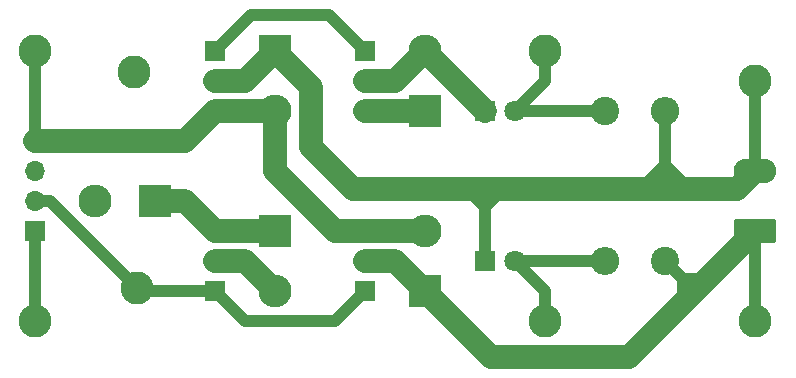
<source format=gbr>
%TF.GenerationSoftware,KiCad,Pcbnew,6.0.2+dfsg-1*%
%TF.CreationDate,2023-04-12T19:32:31+02:00*%
%TF.ProjectId,schema_H-brug,73636865-6d61-45f4-982d-627275672e6b,V1*%
%TF.SameCoordinates,Original*%
%TF.FileFunction,Copper,L2,Bot*%
%TF.FilePolarity,Positive*%
%FSLAX46Y46*%
G04 Gerber Fmt 4.6, Leading zero omitted, Abs format (unit mm)*
G04 Created by KiCad (PCBNEW 6.0.2+dfsg-1) date 2023-04-12 19:32:31*
%MOMM*%
%LPD*%
G01*
G04 APERTURE LIST*
G04 Aperture macros list*
%AMRoundRect*
0 Rectangle with rounded corners*
0 $1 Rounding radius*
0 $2 $3 $4 $5 $6 $7 $8 $9 X,Y pos of 4 corners*
0 Add a 4 corners polygon primitive as box body*
4,1,4,$2,$3,$4,$5,$6,$7,$8,$9,$2,$3,0*
0 Add four circle primitives for the rounded corners*
1,1,$1+$1,$2,$3*
1,1,$1+$1,$4,$5*
1,1,$1+$1,$6,$7*
1,1,$1+$1,$8,$9*
0 Add four rect primitives between the rounded corners*
20,1,$1+$1,$2,$3,$4,$5,0*
20,1,$1+$1,$4,$5,$6,$7,0*
20,1,$1+$1,$6,$7,$8,$9,0*
20,1,$1+$1,$8,$9,$2,$3,0*%
G04 Aperture macros list end*
%TA.AperFunction,ComponentPad*%
%ADD10C,2.800000*%
%TD*%
%TA.AperFunction,ComponentPad*%
%ADD11C,2.400000*%
%TD*%
%TA.AperFunction,ComponentPad*%
%ADD12O,2.400000X2.400000*%
%TD*%
%TA.AperFunction,ComponentPad*%
%ADD13R,1.700000X1.700000*%
%TD*%
%TA.AperFunction,ComponentPad*%
%ADD14O,1.700000X1.700000*%
%TD*%
%TA.AperFunction,ComponentPad*%
%ADD15RoundRect,0.249999X1.550001X-0.790001X1.550001X0.790001X-1.550001X0.790001X-1.550001X-0.790001X0*%
%TD*%
%TA.AperFunction,ComponentPad*%
%ADD16O,3.600000X2.080000*%
%TD*%
%TA.AperFunction,ComponentPad*%
%ADD17R,2.800000X2.800000*%
%TD*%
%TA.AperFunction,ComponentPad*%
%ADD18O,2.800000X2.800000*%
%TD*%
%TA.AperFunction,ComponentPad*%
%ADD19R,1.800000X1.800000*%
%TD*%
%TA.AperFunction,ComponentPad*%
%ADD20C,1.800000*%
%TD*%
%TA.AperFunction,Conductor*%
%ADD21C,2.000000*%
%TD*%
%TA.AperFunction,Conductor*%
%ADD22C,1.000000*%
%TD*%
G04 APERTURE END LIST*
D10*
%TO.P,TP3,1,1*%
%TO.N,EN_L*%
X125476000Y-98806000D03*
%TD*%
%TO.P,TP8,1,1*%
%TO.N,Net-(D5-Pad1)*%
X177800000Y-81280000D03*
%TD*%
%TO.P,TP7,1,1*%
%TO.N,Net-(D5-Pad2)*%
X160020000Y-101600000D03*
%TD*%
%TO.P,TP6,1,1*%
%TO.N,Net-(D4-Pad2)*%
X160020000Y-78740000D03*
%TD*%
%TO.P,TP5,1,1*%
%TO.N,Net-(D1-Pad2)*%
X177800000Y-101600000D03*
%TD*%
%TO.P,TP4,1,1*%
%TO.N,EN_R*%
X125222000Y-80518000D03*
%TD*%
%TO.P,TP2,1,1*%
%TO.N,GND*%
X116840000Y-78740000D03*
%TD*%
%TO.P,TP1,1,1*%
%TO.N,VCC_MOTOR*%
X116840000Y-101600000D03*
%TD*%
D11*
%TO.P,R2,1*%
%TO.N,Net-(D4-Pad2)*%
X165100000Y-83820000D03*
D12*
%TO.P,R2,2*%
%TO.N,Net-(D5-Pad1)*%
X170180000Y-83820000D03*
%TD*%
D11*
%TO.P,R1,1*%
%TO.N,Net-(D1-Pad2)*%
X170180000Y-96520000D03*
D12*
%TO.P,R1,2*%
%TO.N,Net-(D5-Pad2)*%
X165100000Y-96520000D03*
%TD*%
D13*
%TO.P,Q4,1,G*%
%TO.N,EN_R*%
X132080000Y-78740000D03*
D14*
%TO.P,Q4,2,D*%
%TO.N,Net-(D5-Pad1)*%
X132080000Y-81280000D03*
%TO.P,Q4,3,S*%
%TO.N,GND*%
X132080000Y-83820000D03*
%TD*%
D13*
%TO.P,Q3,1,G*%
%TO.N,EN_L*%
X132080000Y-99060000D03*
D14*
%TO.P,Q3,2,D*%
%TO.N,Net-(D5-Pad1)*%
X132080000Y-96520000D03*
%TO.P,Q3,3,S*%
%TO.N,Net-(D1-Pad1)*%
X132080000Y-93980000D03*
%TD*%
D13*
%TO.P,Q2,1,G*%
%TO.N,EN_L*%
X144780000Y-99060000D03*
D14*
%TO.P,Q2,2,D*%
%TO.N,Net-(D1-Pad2)*%
X144780000Y-96520000D03*
%TO.P,Q2,3,S*%
%TO.N,GND*%
X144780000Y-93980000D03*
%TD*%
%TO.P,Q1,3,S*%
%TO.N,Net-(D1-Pad1)*%
X144780000Y-83820000D03*
%TO.P,Q1,2,D*%
%TO.N,Net-(D1-Pad2)*%
X144780000Y-81280000D03*
D13*
%TO.P,Q1,1,G*%
%TO.N,EN_R*%
X144780000Y-78740000D03*
%TD*%
D15*
%TO.P,M1,1,+*%
%TO.N,Net-(D1-Pad2)*%
X177800000Y-93980000D03*
D16*
%TO.P,M1,2,-*%
%TO.N,Net-(D5-Pad1)*%
X177800000Y-88900000D03*
%TD*%
D13*
%TO.P,J1,1,Pin_1*%
%TO.N,VCC_MOTOR*%
X116840000Y-93980000D03*
D14*
%TO.P,J1,2,Pin_2*%
%TO.N,EN_L*%
X116840000Y-91440000D03*
%TO.P,J1,3,Pin_3*%
%TO.N,EN_R*%
X116840000Y-88900000D03*
%TO.P,J1,4,Pin_4*%
%TO.N,GND*%
X116840000Y-86360000D03*
%TD*%
D17*
%TO.P,D7,1,K*%
%TO.N,Net-(D5-Pad1)*%
X137160000Y-78740000D03*
D18*
%TO.P,D7,2,A*%
%TO.N,GND*%
X137160000Y-83820000D03*
%TD*%
D17*
%TO.P,D6,1,K*%
%TO.N,Net-(D1-Pad1)*%
X137160000Y-93980000D03*
D18*
%TO.P,D6,2,A*%
%TO.N,Net-(D5-Pad1)*%
X137160000Y-99060000D03*
%TD*%
D19*
%TO.P,D5,1,K*%
%TO.N,Net-(D5-Pad1)*%
X154940000Y-96520000D03*
D20*
%TO.P,D5,2,A*%
%TO.N,Net-(D5-Pad2)*%
X157480000Y-96520000D03*
%TD*%
D19*
%TO.P,D4,1,K*%
%TO.N,Net-(D1-Pad2)*%
X154940000Y-83820000D03*
D20*
%TO.P,D4,2,A*%
%TO.N,Net-(D4-Pad2)*%
X157480000Y-83820000D03*
%TD*%
D17*
%TO.P,D3,1,K*%
%TO.N,Net-(D1-Pad1)*%
X127000000Y-91440000D03*
D18*
%TO.P,D3,2,A*%
%TO.N,VCC_MOTOR*%
X121920000Y-91440000D03*
%TD*%
D17*
%TO.P,D2,1,K*%
%TO.N,Net-(D1-Pad2)*%
X149860000Y-99060000D03*
D18*
%TO.P,D2,2,A*%
%TO.N,GND*%
X149860000Y-93980000D03*
%TD*%
D17*
%TO.P,D1,1,K*%
%TO.N,Net-(D1-Pad1)*%
X149860000Y-83820000D03*
D18*
%TO.P,D1,2,A*%
%TO.N,Net-(D1-Pad2)*%
X149860000Y-78740000D03*
%TD*%
D21*
%TO.N,Net-(D5-Pad1)*%
X132080000Y-96520000D02*
X134620000Y-96520000D01*
X134620000Y-96520000D02*
X137160000Y-99060000D01*
%TO.N,Net-(D1-Pad1)*%
X144780000Y-83820000D02*
X149860000Y-83820000D01*
%TO.N,Net-(D1-Pad2)*%
X149860000Y-78740000D02*
X154940000Y-83820000D01*
D22*
%TO.N,Net-(D5-Pad1)*%
X177800000Y-88900000D02*
X177800000Y-81280000D01*
%TO.N,Net-(D1-Pad2)*%
X177800000Y-93980000D02*
X177800000Y-101600000D01*
D21*
%TO.N,Net-(D5-Pad1)*%
X176276000Y-90424000D02*
X177800000Y-88900000D01*
%TO.N,Net-(D1-Pad2)*%
X173736000Y-98044000D02*
X177800000Y-93980000D01*
%TO.N,Net-(D5-Pad1)*%
X172212000Y-90424000D02*
X176276000Y-90424000D01*
D22*
X170180000Y-83820000D02*
X170180000Y-87630000D01*
D21*
X171196000Y-90424000D02*
X172212000Y-90424000D01*
D22*
X170180000Y-87630000D02*
X170180000Y-88392000D01*
X170180000Y-88392000D02*
X172212000Y-90424000D01*
X170180000Y-88392000D02*
X170180000Y-89408000D01*
D21*
X161036000Y-90424000D02*
X167894000Y-90424000D01*
X167894000Y-90424000D02*
X169164000Y-90424000D01*
D22*
X170180000Y-88392000D02*
X168148000Y-90424000D01*
X168148000Y-90424000D02*
X167894000Y-90424000D01*
D21*
X154940000Y-90424000D02*
X155702000Y-90424000D01*
X155702000Y-90424000D02*
X159004000Y-90424000D01*
D22*
X154940000Y-91948000D02*
X155702000Y-91186000D01*
X155702000Y-91186000D02*
X155702000Y-90424000D01*
X154940000Y-91948000D02*
X154940000Y-90424000D01*
X154940000Y-96520000D02*
X154940000Y-91948000D01*
X154940000Y-91948000D02*
X153416000Y-90424000D01*
D21*
X143764000Y-90424000D02*
X153416000Y-90424000D01*
X153416000Y-90424000D02*
X154940000Y-90424000D01*
%TO.N,Net-(D1-Pad2)*%
X172720000Y-99060000D02*
X173736000Y-98044000D01*
D22*
X171704000Y-98044000D02*
X173736000Y-98044000D01*
X171704000Y-98044000D02*
X172720000Y-99060000D01*
X170180000Y-96520000D02*
X171704000Y-98044000D01*
D21*
X167132000Y-104648000D02*
X171704000Y-100076000D01*
X171704000Y-100076000D02*
X172720000Y-99060000D01*
D22*
X171704000Y-98044000D02*
X171704000Y-100076000D01*
D21*
%TO.N,Net-(D5-Pad1)*%
X169164000Y-90424000D02*
X171196000Y-90424000D01*
D22*
%TO.N,Net-(D4-Pad2)*%
X157480000Y-83820000D02*
X160020000Y-81280000D01*
X160020000Y-81280000D02*
X160020000Y-78740000D01*
X157480000Y-83820000D02*
X165100000Y-83820000D01*
D21*
%TO.N,Net-(D1-Pad2)*%
X149860000Y-99060000D02*
X155448000Y-104648000D01*
X155448000Y-104648000D02*
X167132000Y-104648000D01*
D22*
%TO.N,Net-(D5-Pad2)*%
X157480000Y-96520000D02*
X160020000Y-99060000D01*
X160020000Y-99060000D02*
X160020000Y-101600000D01*
X157480000Y-96520000D02*
X165100000Y-96520000D01*
D21*
%TO.N,Net-(D1-Pad1)*%
X127000000Y-91440000D02*
X129540000Y-91440000D01*
X129540000Y-91440000D02*
X132080000Y-93980000D01*
D22*
%TO.N,EN_L*%
X116840000Y-91440000D02*
X118042081Y-91440000D01*
X118042081Y-91440000D02*
X125662081Y-99060000D01*
X125662081Y-99060000D02*
X132080000Y-99060000D01*
X132080000Y-99060000D02*
X134620000Y-101600000D01*
X134620000Y-101600000D02*
X142240000Y-101600000D01*
X142240000Y-101600000D02*
X144780000Y-99060000D01*
D21*
%TO.N,Net-(D1-Pad1)*%
X132080000Y-93980000D02*
X137160000Y-93980000D01*
%TO.N,GND*%
X137160000Y-83820000D02*
X137160000Y-88900000D01*
X137160000Y-88900000D02*
X142240000Y-93980000D01*
X142240000Y-93980000D02*
X144780000Y-93980000D01*
%TO.N,Net-(D5-Pad1)*%
X137160000Y-78740000D02*
X140208000Y-81788000D01*
X140208000Y-81788000D02*
X140208000Y-86868000D01*
X140208000Y-86868000D02*
X143764000Y-90424000D01*
%TO.N,Net-(D1-Pad2)*%
X144780000Y-96520000D02*
X147320000Y-96520000D01*
X147320000Y-96520000D02*
X149860000Y-99060000D01*
%TO.N,GND*%
X144780000Y-93980000D02*
X149860000Y-93980000D01*
%TO.N,Net-(D1-Pad2)*%
X144780000Y-81280000D02*
X147320000Y-81280000D01*
X147320000Y-81280000D02*
X149860000Y-78740000D01*
D22*
%TO.N,EN_R*%
X132080000Y-78740000D02*
X135128000Y-75692000D01*
X135128000Y-75692000D02*
X141732000Y-75692000D01*
X141732000Y-75692000D02*
X144780000Y-78740000D01*
D21*
%TO.N,Net-(D5-Pad1)*%
X132080000Y-81280000D02*
X134620000Y-81280000D01*
X134620000Y-81280000D02*
X137160000Y-78740000D01*
D22*
%TO.N,GND*%
X116840000Y-86360000D02*
X116840000Y-78740000D01*
%TO.N,VCC_MOTOR*%
X116840000Y-93980000D02*
X116840000Y-101600000D01*
%TO.N,Net-(D5-Pad1)*%
X160010000Y-90942000D02*
X160528000Y-90424000D01*
D21*
X160528000Y-90424000D02*
X161036000Y-90424000D01*
X159004000Y-90424000D02*
X160528000Y-90424000D01*
%TO.N,GND*%
X132080000Y-83820000D02*
X137160000Y-83820000D01*
X116840000Y-86360000D02*
X129540000Y-86360000D01*
X129540000Y-86360000D02*
X132080000Y-83820000D01*
%TD*%
M02*

</source>
